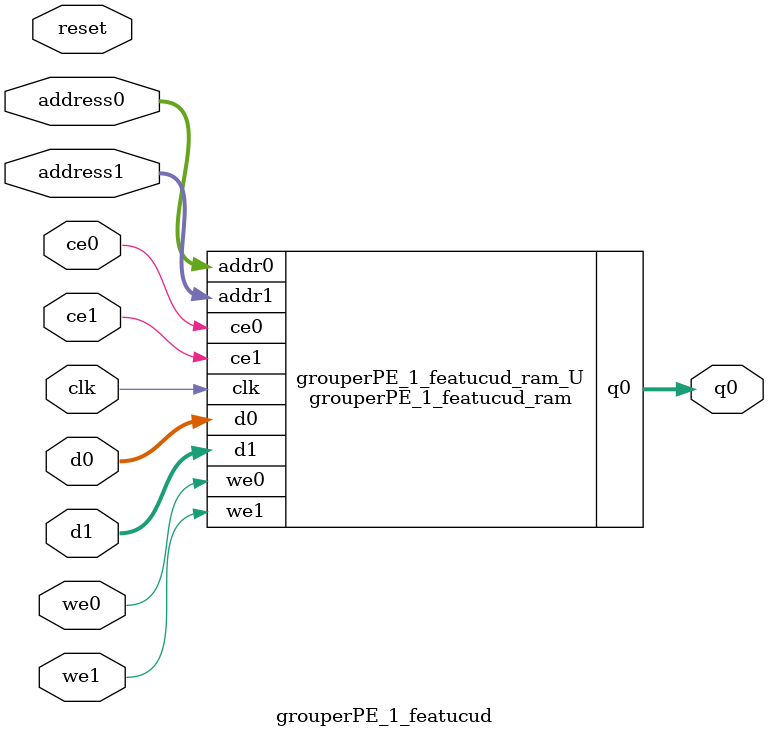
<source format=v>

`timescale 1 ns / 1 ps
module grouperPE_1_featucud_ram (addr0, ce0, d0, we0, q0, addr1, ce1, d1, we1,  clk);

parameter DWIDTH = 8;
parameter AWIDTH = 12;
parameter MEM_SIZE = 4096;

input[AWIDTH-1:0] addr0;
input ce0;
input[DWIDTH-1:0] d0;
input we0;
output reg[DWIDTH-1:0] q0;
input[AWIDTH-1:0] addr1;
input ce1;
input[DWIDTH-1:0] d1;
input we1;
input clk;

(* ram_style = "block" *)reg [DWIDTH-1:0] ram[0:MEM_SIZE-1];




always @(posedge clk)  
begin 
    if (ce0) 
    begin
        if (we0) 
        begin 
            ram[addr0] <= d0; 
            q0 <= d0;
        end 
        else 
            q0 <= ram[addr0];
    end
end


always @(posedge clk)  
begin 
    if (ce1) 
    begin
        if (we1) 
        begin 
            ram[addr1] <= d1; 
        end 
    end
end


endmodule


`timescale 1 ns / 1 ps
module grouperPE_1_featucud(
    reset,
    clk,
    address0,
    ce0,
    we0,
    d0,
    q0,
    address1,
    ce1,
    we1,
    d1);

parameter DataWidth = 32'd8;
parameter AddressRange = 32'd4096;
parameter AddressWidth = 32'd12;
input reset;
input clk;
input[AddressWidth - 1:0] address0;
input ce0;
input we0;
input[DataWidth - 1:0] d0;
output[DataWidth - 1:0] q0;
input[AddressWidth - 1:0] address1;
input ce1;
input we1;
input[DataWidth - 1:0] d1;



grouperPE_1_featucud_ram grouperPE_1_featucud_ram_U(
    .clk( clk ),
    .addr0( address0 ),
    .ce0( ce0 ),
    .we0( we0 ),
    .d0( d0 ),
    .q0( q0 ),
    .addr1( address1 ),
    .ce1( ce1 ),
    .we1( we1 ),
    .d1( d1 ));

endmodule


</source>
